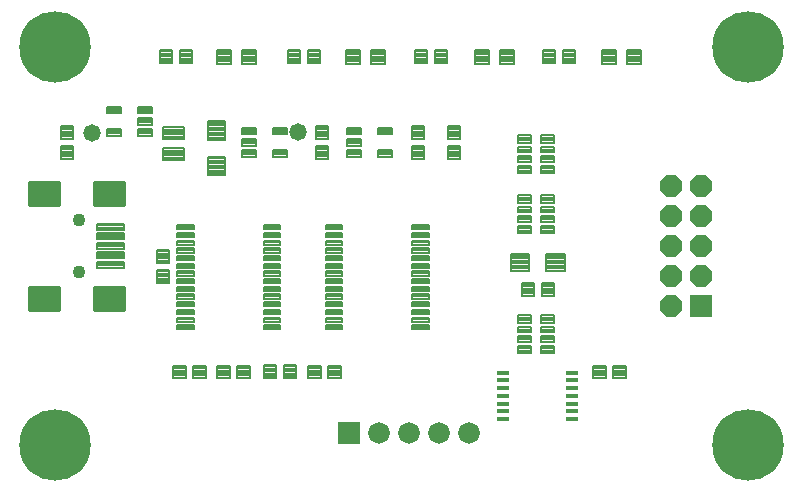
<source format=gts>
G75*
G70*
%OFA0B0*%
%FSLAX24Y24*%
%IPPOS*%
%LPD*%
%AMOC8*
5,1,8,0,0,1.08239X$1,22.5*
%
%ADD10C,0.0081*%
%ADD11C,0.0083*%
%ADD12C,0.0082*%
%ADD13C,0.0082*%
%ADD14R,0.0394X0.0177*%
%ADD15C,0.2380*%
%ADD16C,0.0087*%
%ADD17C,0.0080*%
%ADD18C,0.0434*%
%ADD19C,0.0081*%
%ADD20C,0.0082*%
%ADD21R,0.0720X0.0720*%
%ADD22OC8,0.0720*%
%ADD23C,0.0720*%
%ADD24C,0.0080*%
%ADD25C,0.0580*%
D10*
X006626Y008910D02*
X007058Y008910D01*
X007058Y008516D01*
X006626Y008516D01*
X006626Y008910D01*
X006626Y008596D02*
X007058Y008596D01*
X007058Y008676D02*
X006626Y008676D01*
X006626Y008756D02*
X007058Y008756D01*
X007058Y008836D02*
X006626Y008836D01*
X007295Y008910D02*
X007727Y008910D01*
X007727Y008516D01*
X007295Y008516D01*
X007295Y008910D01*
X007295Y008596D02*
X007727Y008596D01*
X007727Y008676D02*
X007295Y008676D01*
X007295Y008756D02*
X007727Y008756D01*
X007727Y008836D02*
X007295Y008836D01*
X008076Y008910D02*
X008508Y008910D01*
X008508Y008516D01*
X008076Y008516D01*
X008076Y008910D01*
X008076Y008596D02*
X008508Y008596D01*
X008508Y008676D02*
X008076Y008676D01*
X008076Y008756D02*
X008508Y008756D01*
X008508Y008836D02*
X008076Y008836D01*
X008745Y008910D02*
X009177Y008910D01*
X009177Y008516D01*
X008745Y008516D01*
X008745Y008910D01*
X008745Y008596D02*
X009177Y008596D01*
X009177Y008676D02*
X008745Y008676D01*
X008745Y008756D02*
X009177Y008756D01*
X009177Y008836D02*
X008745Y008836D01*
X009645Y008929D02*
X010039Y008929D01*
X010039Y008497D01*
X009645Y008497D01*
X009645Y008929D01*
X009645Y008577D02*
X010039Y008577D01*
X010039Y008657D02*
X009645Y008657D01*
X009645Y008737D02*
X010039Y008737D01*
X010039Y008817D02*
X009645Y008817D01*
X009645Y008897D02*
X010039Y008897D01*
X010314Y008929D02*
X010708Y008929D01*
X010708Y008497D01*
X010314Y008497D01*
X010314Y008929D01*
X010314Y008577D02*
X010708Y008577D01*
X010708Y008657D02*
X010314Y008657D01*
X010314Y008737D02*
X010708Y008737D01*
X010708Y008817D02*
X010314Y008817D01*
X010314Y008897D02*
X010708Y008897D01*
X011126Y008910D02*
X011558Y008910D01*
X011558Y008516D01*
X011126Y008516D01*
X011126Y008910D01*
X011126Y008596D02*
X011558Y008596D01*
X011558Y008676D02*
X011126Y008676D01*
X011126Y008756D02*
X011558Y008756D01*
X011558Y008836D02*
X011126Y008836D01*
X011795Y008910D02*
X012227Y008910D01*
X012227Y008516D01*
X011795Y008516D01*
X011795Y008910D01*
X011795Y008596D02*
X012227Y008596D01*
X012227Y008676D02*
X011795Y008676D01*
X011795Y008756D02*
X012227Y008756D01*
X012227Y008836D02*
X011795Y008836D01*
X006079Y011663D02*
X006079Y012095D01*
X006473Y012095D01*
X006473Y011663D01*
X006079Y011663D01*
X006079Y011743D02*
X006473Y011743D01*
X006473Y011823D02*
X006079Y011823D01*
X006079Y011903D02*
X006473Y011903D01*
X006473Y011983D02*
X006079Y011983D01*
X006079Y012063D02*
X006473Y012063D01*
X006079Y012332D02*
X006079Y012764D01*
X006473Y012764D01*
X006473Y012332D01*
X006079Y012332D01*
X006079Y012412D02*
X006473Y012412D01*
X006473Y012492D02*
X006079Y012492D01*
X006079Y012572D02*
X006473Y012572D01*
X006473Y012652D02*
X006079Y012652D01*
X006079Y012732D02*
X006473Y012732D01*
X002879Y015813D02*
X002879Y016245D01*
X003273Y016245D01*
X003273Y015813D01*
X002879Y015813D01*
X002879Y015893D02*
X003273Y015893D01*
X003273Y015973D02*
X002879Y015973D01*
X002879Y016053D02*
X003273Y016053D01*
X003273Y016133D02*
X002879Y016133D01*
X002879Y016213D02*
X003273Y016213D01*
X002879Y016482D02*
X002879Y016914D01*
X003273Y016914D01*
X003273Y016482D01*
X002879Y016482D01*
X002879Y016562D02*
X003273Y016562D01*
X003273Y016642D02*
X002879Y016642D01*
X002879Y016722D02*
X003273Y016722D01*
X003273Y016802D02*
X002879Y016802D01*
X002879Y016882D02*
X003273Y016882D01*
X006195Y019429D02*
X006589Y019429D01*
X006589Y018997D01*
X006195Y018997D01*
X006195Y019429D01*
X006195Y019077D02*
X006589Y019077D01*
X006589Y019157D02*
X006195Y019157D01*
X006195Y019237D02*
X006589Y019237D01*
X006589Y019317D02*
X006195Y019317D01*
X006195Y019397D02*
X006589Y019397D01*
X006864Y019429D02*
X007258Y019429D01*
X007258Y018997D01*
X006864Y018997D01*
X006864Y019429D01*
X006864Y019077D02*
X007258Y019077D01*
X007258Y019157D02*
X006864Y019157D01*
X006864Y019237D02*
X007258Y019237D01*
X007258Y019317D02*
X006864Y019317D01*
X006864Y019397D02*
X007258Y019397D01*
X010445Y019429D02*
X010839Y019429D01*
X010839Y018997D01*
X010445Y018997D01*
X010445Y019429D01*
X010445Y019077D02*
X010839Y019077D01*
X010839Y019157D02*
X010445Y019157D01*
X010445Y019237D02*
X010839Y019237D01*
X010839Y019317D02*
X010445Y019317D01*
X010445Y019397D02*
X010839Y019397D01*
X011114Y019429D02*
X011508Y019429D01*
X011508Y018997D01*
X011114Y018997D01*
X011114Y019429D01*
X011114Y019077D02*
X011508Y019077D01*
X011508Y019157D02*
X011114Y019157D01*
X011114Y019237D02*
X011508Y019237D01*
X011508Y019317D02*
X011114Y019317D01*
X011114Y019397D02*
X011508Y019397D01*
X014695Y019429D02*
X015089Y019429D01*
X015089Y018997D01*
X014695Y018997D01*
X014695Y019429D01*
X014695Y019077D02*
X015089Y019077D01*
X015089Y019157D02*
X014695Y019157D01*
X014695Y019237D02*
X015089Y019237D01*
X015089Y019317D02*
X014695Y019317D01*
X014695Y019397D02*
X015089Y019397D01*
X015364Y019429D02*
X015758Y019429D01*
X015758Y018997D01*
X015364Y018997D01*
X015364Y019429D01*
X015364Y019077D02*
X015758Y019077D01*
X015758Y019157D02*
X015364Y019157D01*
X015364Y019237D02*
X015758Y019237D01*
X015758Y019317D02*
X015364Y019317D01*
X015364Y019397D02*
X015758Y019397D01*
X018945Y019429D02*
X019339Y019429D01*
X019339Y018997D01*
X018945Y018997D01*
X018945Y019429D01*
X018945Y019077D02*
X019339Y019077D01*
X019339Y019157D02*
X018945Y019157D01*
X018945Y019237D02*
X019339Y019237D01*
X019339Y019317D02*
X018945Y019317D01*
X018945Y019397D02*
X019339Y019397D01*
X019614Y019429D02*
X020008Y019429D01*
X020008Y018997D01*
X019614Y018997D01*
X019614Y019429D01*
X019614Y019077D02*
X020008Y019077D01*
X020008Y019157D02*
X019614Y019157D01*
X019614Y019237D02*
X020008Y019237D01*
X020008Y019317D02*
X019614Y019317D01*
X019614Y019397D02*
X020008Y019397D01*
X016173Y016914D02*
X016173Y016482D01*
X015779Y016482D01*
X015779Y016914D01*
X016173Y016914D01*
X016173Y016562D02*
X015779Y016562D01*
X015779Y016642D02*
X016173Y016642D01*
X016173Y016722D02*
X015779Y016722D01*
X015779Y016802D02*
X016173Y016802D01*
X016173Y016882D02*
X015779Y016882D01*
X014579Y016914D02*
X014579Y016482D01*
X014579Y016914D02*
X014973Y016914D01*
X014973Y016482D01*
X014579Y016482D01*
X014579Y016562D02*
X014973Y016562D01*
X014973Y016642D02*
X014579Y016642D01*
X014579Y016722D02*
X014973Y016722D01*
X014973Y016802D02*
X014579Y016802D01*
X014579Y016882D02*
X014973Y016882D01*
X014579Y016245D02*
X014579Y015813D01*
X014579Y016245D02*
X014973Y016245D01*
X014973Y015813D01*
X014579Y015813D01*
X014579Y015893D02*
X014973Y015893D01*
X014973Y015973D02*
X014579Y015973D01*
X014579Y016053D02*
X014973Y016053D01*
X014973Y016133D02*
X014579Y016133D01*
X014579Y016213D02*
X014973Y016213D01*
X016173Y016245D02*
X016173Y015813D01*
X015779Y015813D01*
X015779Y016245D01*
X016173Y016245D01*
X016173Y015893D02*
X015779Y015893D01*
X015779Y015973D02*
X016173Y015973D01*
X016173Y016053D02*
X015779Y016053D01*
X015779Y016133D02*
X016173Y016133D01*
X016173Y016213D02*
X015779Y016213D01*
X011379Y016245D02*
X011379Y015813D01*
X011379Y016245D02*
X011773Y016245D01*
X011773Y015813D01*
X011379Y015813D01*
X011379Y015893D02*
X011773Y015893D01*
X011773Y015973D02*
X011379Y015973D01*
X011379Y016053D02*
X011773Y016053D01*
X011773Y016133D02*
X011379Y016133D01*
X011379Y016213D02*
X011773Y016213D01*
X011379Y016482D02*
X011379Y016914D01*
X011773Y016914D01*
X011773Y016482D01*
X011379Y016482D01*
X011379Y016562D02*
X011773Y016562D01*
X011773Y016642D02*
X011379Y016642D01*
X011379Y016722D02*
X011773Y016722D01*
X011773Y016802D02*
X011379Y016802D01*
X011379Y016882D02*
X011773Y016882D01*
X018245Y011679D02*
X018639Y011679D01*
X018639Y011247D01*
X018245Y011247D01*
X018245Y011679D01*
X018245Y011327D02*
X018639Y011327D01*
X018639Y011407D02*
X018245Y011407D01*
X018245Y011487D02*
X018639Y011487D01*
X018639Y011567D02*
X018245Y011567D01*
X018245Y011647D02*
X018639Y011647D01*
X018914Y011679D02*
X019308Y011679D01*
X019308Y011247D01*
X018914Y011247D01*
X018914Y011679D01*
X018914Y011327D02*
X019308Y011327D01*
X019308Y011407D02*
X018914Y011407D01*
X018914Y011487D02*
X019308Y011487D01*
X019308Y011567D02*
X018914Y011567D01*
X018914Y011647D02*
X019308Y011647D01*
X020626Y008516D02*
X021058Y008516D01*
X020626Y008516D02*
X020626Y008910D01*
X021058Y008910D01*
X021058Y008516D01*
X021058Y008596D02*
X020626Y008596D01*
X020626Y008676D02*
X021058Y008676D01*
X021058Y008756D02*
X020626Y008756D01*
X020626Y008836D02*
X021058Y008836D01*
X021295Y008516D02*
X021727Y008516D01*
X021295Y008516D02*
X021295Y008910D01*
X021727Y008910D01*
X021727Y008516D01*
X021727Y008596D02*
X021295Y008596D01*
X021295Y008676D02*
X021727Y008676D01*
X021727Y008756D02*
X021295Y008756D01*
X021295Y008836D02*
X021727Y008836D01*
D11*
X021755Y018978D02*
X021755Y019448D01*
X022225Y019448D01*
X022225Y018978D01*
X021755Y018978D01*
X021755Y019060D02*
X022225Y019060D01*
X022225Y019142D02*
X021755Y019142D01*
X021755Y019224D02*
X022225Y019224D01*
X022225Y019306D02*
X021755Y019306D01*
X021755Y019388D02*
X022225Y019388D01*
X020928Y019448D02*
X020928Y018978D01*
X020928Y019448D02*
X021398Y019448D01*
X021398Y018978D01*
X020928Y018978D01*
X020928Y019060D02*
X021398Y019060D01*
X021398Y019142D02*
X020928Y019142D01*
X020928Y019224D02*
X021398Y019224D01*
X021398Y019306D02*
X020928Y019306D01*
X020928Y019388D02*
X021398Y019388D01*
X017505Y019448D02*
X017505Y018978D01*
X017505Y019448D02*
X017975Y019448D01*
X017975Y018978D01*
X017505Y018978D01*
X017505Y019060D02*
X017975Y019060D01*
X017975Y019142D02*
X017505Y019142D01*
X017505Y019224D02*
X017975Y019224D01*
X017975Y019306D02*
X017505Y019306D01*
X017505Y019388D02*
X017975Y019388D01*
X016678Y019448D02*
X016678Y018978D01*
X016678Y019448D02*
X017148Y019448D01*
X017148Y018978D01*
X016678Y018978D01*
X016678Y019060D02*
X017148Y019060D01*
X017148Y019142D02*
X016678Y019142D01*
X016678Y019224D02*
X017148Y019224D01*
X017148Y019306D02*
X016678Y019306D01*
X016678Y019388D02*
X017148Y019388D01*
X013205Y019448D02*
X013205Y018978D01*
X013205Y019448D02*
X013675Y019448D01*
X013675Y018978D01*
X013205Y018978D01*
X013205Y019060D02*
X013675Y019060D01*
X013675Y019142D02*
X013205Y019142D01*
X013205Y019224D02*
X013675Y019224D01*
X013675Y019306D02*
X013205Y019306D01*
X013205Y019388D02*
X013675Y019388D01*
X012378Y019448D02*
X012378Y018978D01*
X012378Y019448D02*
X012848Y019448D01*
X012848Y018978D01*
X012378Y018978D01*
X012378Y019060D02*
X012848Y019060D01*
X012848Y019142D02*
X012378Y019142D01*
X012378Y019224D02*
X012848Y019224D01*
X012848Y019306D02*
X012378Y019306D01*
X012378Y019388D02*
X012848Y019388D01*
X008905Y019448D02*
X008905Y018978D01*
X008905Y019448D02*
X009375Y019448D01*
X009375Y018978D01*
X008905Y018978D01*
X008905Y019060D02*
X009375Y019060D01*
X009375Y019142D02*
X008905Y019142D01*
X008905Y019224D02*
X009375Y019224D01*
X009375Y019306D02*
X008905Y019306D01*
X008905Y019388D02*
X009375Y019388D01*
X008078Y019448D02*
X008078Y018978D01*
X008078Y019448D02*
X008548Y019448D01*
X008548Y018978D01*
X008078Y018978D01*
X008078Y019060D02*
X008548Y019060D01*
X008548Y019142D02*
X008078Y019142D01*
X008078Y019224D02*
X008548Y019224D01*
X008548Y019306D02*
X008078Y019306D01*
X008078Y019388D02*
X008548Y019388D01*
D12*
X007802Y017068D02*
X007802Y016440D01*
X007802Y017068D02*
X008350Y017068D01*
X008350Y016440D01*
X007802Y016440D01*
X007802Y016521D02*
X008350Y016521D01*
X008350Y016602D02*
X007802Y016602D01*
X007802Y016683D02*
X008350Y016683D01*
X008350Y016764D02*
X007802Y016764D01*
X007802Y016845D02*
X008350Y016845D01*
X008350Y016926D02*
X007802Y016926D01*
X007802Y017007D02*
X008350Y017007D01*
X008350Y015887D02*
X008350Y015259D01*
X007802Y015259D01*
X007802Y015887D01*
X008350Y015887D01*
X008350Y015340D02*
X007802Y015340D01*
X007802Y015421D02*
X008350Y015421D01*
X008350Y015502D02*
X007802Y015502D01*
X007802Y015583D02*
X008350Y015583D01*
X008350Y015664D02*
X007802Y015664D01*
X007802Y015745D02*
X008350Y015745D01*
X008350Y015826D02*
X007802Y015826D01*
X017872Y012089D02*
X018500Y012089D01*
X017872Y012089D02*
X017872Y012637D01*
X018500Y012637D01*
X018500Y012089D01*
X018500Y012170D02*
X017872Y012170D01*
X017872Y012251D02*
X018500Y012251D01*
X018500Y012332D02*
X017872Y012332D01*
X017872Y012413D02*
X018500Y012413D01*
X018500Y012494D02*
X017872Y012494D01*
X017872Y012575D02*
X018500Y012575D01*
X019053Y012637D02*
X019681Y012637D01*
X019681Y012089D01*
X019053Y012089D01*
X019053Y012637D01*
X019053Y012170D02*
X019681Y012170D01*
X019681Y012251D02*
X019053Y012251D01*
X019053Y012332D02*
X019681Y012332D01*
X019681Y012413D02*
X019053Y012413D01*
X019053Y012494D02*
X019681Y012494D01*
X019681Y012575D02*
X019053Y012575D01*
D13*
X006975Y015763D02*
X006277Y015763D01*
X006277Y016163D01*
X006975Y016163D01*
X006975Y015763D01*
X006975Y015844D02*
X006277Y015844D01*
X006277Y015925D02*
X006975Y015925D01*
X006975Y016006D02*
X006277Y016006D01*
X006277Y016087D02*
X006975Y016087D01*
X006975Y016464D02*
X006277Y016464D01*
X006277Y016864D01*
X006975Y016864D01*
X006975Y016464D01*
X006975Y016545D02*
X006277Y016545D01*
X006277Y016626D02*
X006975Y016626D01*
X006975Y016707D02*
X006277Y016707D01*
X006277Y016788D02*
X006975Y016788D01*
D14*
X017625Y008681D03*
X017625Y008425D03*
X017625Y008169D03*
X017625Y007913D03*
X017625Y007657D03*
X017625Y007402D03*
X017625Y007146D03*
X019928Y007146D03*
X019928Y007402D03*
X019928Y007657D03*
X019928Y007913D03*
X019928Y008169D03*
X019928Y008425D03*
X019928Y008681D03*
D15*
X002681Y006289D03*
X025772Y006289D03*
X025772Y019537D03*
X002681Y019537D03*
D16*
X001831Y015055D02*
X001831Y014275D01*
X001831Y015055D02*
X002809Y015055D01*
X002809Y014275D01*
X001831Y014275D01*
X001831Y014361D02*
X002809Y014361D01*
X002809Y014447D02*
X001831Y014447D01*
X001831Y014533D02*
X002809Y014533D01*
X002809Y014619D02*
X001831Y014619D01*
X001831Y014705D02*
X002809Y014705D01*
X002809Y014791D02*
X001831Y014791D01*
X001831Y014877D02*
X002809Y014877D01*
X002809Y014963D02*
X001831Y014963D01*
X001831Y015049D02*
X002809Y015049D01*
X003997Y015055D02*
X003997Y014275D01*
X003997Y015055D02*
X004975Y015055D01*
X004975Y014275D01*
X003997Y014275D01*
X003997Y014361D02*
X004975Y014361D01*
X004975Y014447D02*
X003997Y014447D01*
X003997Y014533D02*
X004975Y014533D01*
X004975Y014619D02*
X003997Y014619D01*
X003997Y014705D02*
X004975Y014705D01*
X004975Y014791D02*
X003997Y014791D01*
X003997Y014877D02*
X004975Y014877D01*
X004975Y014963D02*
X003997Y014963D01*
X003997Y015049D02*
X004975Y015049D01*
X003997Y011551D02*
X003997Y010771D01*
X003997Y011551D02*
X004975Y011551D01*
X004975Y010771D01*
X003997Y010771D01*
X003997Y010857D02*
X004975Y010857D01*
X004975Y010943D02*
X003997Y010943D01*
X003997Y011029D02*
X004975Y011029D01*
X004975Y011115D02*
X003997Y011115D01*
X003997Y011201D02*
X004975Y011201D01*
X004975Y011287D02*
X003997Y011287D01*
X003997Y011373D02*
X004975Y011373D01*
X004975Y011459D02*
X003997Y011459D01*
X003997Y011545D02*
X004975Y011545D01*
X001831Y011551D02*
X001831Y010771D01*
X001831Y011551D02*
X002809Y011551D01*
X002809Y010771D01*
X001831Y010771D01*
X001831Y010857D02*
X002809Y010857D01*
X002809Y010943D02*
X001831Y010943D01*
X001831Y011029D02*
X002809Y011029D01*
X002809Y011115D02*
X001831Y011115D01*
X001831Y011201D02*
X002809Y011201D01*
X002809Y011287D02*
X001831Y011287D01*
X001831Y011373D02*
X002809Y011373D01*
X002809Y011459D02*
X001831Y011459D01*
X001831Y011545D02*
X002809Y011545D01*
D17*
X004072Y012185D02*
X004072Y012381D01*
X004978Y012381D01*
X004978Y012185D01*
X004072Y012185D01*
X004072Y012264D02*
X004978Y012264D01*
X004978Y012343D02*
X004072Y012343D01*
X004072Y012500D02*
X004072Y012696D01*
X004978Y012696D01*
X004978Y012500D01*
X004072Y012500D01*
X004072Y012579D02*
X004978Y012579D01*
X004978Y012658D02*
X004072Y012658D01*
X004072Y012815D02*
X004072Y013011D01*
X004978Y013011D01*
X004978Y012815D01*
X004072Y012815D01*
X004072Y012894D02*
X004978Y012894D01*
X004978Y012973D02*
X004072Y012973D01*
X004072Y013130D02*
X004072Y013326D01*
X004978Y013326D01*
X004978Y013130D01*
X004072Y013130D01*
X004072Y013209D02*
X004978Y013209D01*
X004978Y013288D02*
X004072Y013288D01*
X004072Y013445D02*
X004072Y013641D01*
X004978Y013641D01*
X004978Y013445D01*
X004072Y013445D01*
X004072Y013524D02*
X004978Y013524D01*
X004978Y013603D02*
X004072Y013603D01*
X007312Y013595D02*
X007312Y013459D01*
X006762Y013459D01*
X006762Y013595D01*
X007312Y013595D01*
X007312Y013538D02*
X006762Y013538D01*
X007312Y013339D02*
X007312Y013203D01*
X006762Y013203D01*
X006762Y013339D01*
X007312Y013339D01*
X007312Y013282D02*
X006762Y013282D01*
X007312Y013083D02*
X007312Y012947D01*
X006762Y012947D01*
X006762Y013083D01*
X007312Y013083D01*
X007312Y013026D02*
X006762Y013026D01*
X007312Y012827D02*
X007312Y012691D01*
X006762Y012691D01*
X006762Y012827D01*
X007312Y012827D01*
X007312Y012770D02*
X006762Y012770D01*
X007312Y012571D02*
X007312Y012435D01*
X006762Y012435D01*
X006762Y012571D01*
X007312Y012571D01*
X007312Y012514D02*
X006762Y012514D01*
X007312Y012315D02*
X007312Y012179D01*
X006762Y012179D01*
X006762Y012315D01*
X007312Y012315D01*
X007312Y012258D02*
X006762Y012258D01*
X007312Y012059D02*
X007312Y011923D01*
X006762Y011923D01*
X006762Y012059D01*
X007312Y012059D01*
X007312Y012002D02*
X006762Y012002D01*
X007312Y011803D02*
X007312Y011667D01*
X006762Y011667D01*
X006762Y011803D01*
X007312Y011803D01*
X007312Y011746D02*
X006762Y011746D01*
X007312Y011548D02*
X007312Y011412D01*
X006762Y011412D01*
X006762Y011548D01*
X007312Y011548D01*
X007312Y011491D02*
X006762Y011491D01*
X007312Y011292D02*
X007312Y011156D01*
X006762Y011156D01*
X006762Y011292D01*
X007312Y011292D01*
X007312Y011235D02*
X006762Y011235D01*
X007312Y011036D02*
X007312Y010900D01*
X006762Y010900D01*
X006762Y011036D01*
X007312Y011036D01*
X007312Y010979D02*
X006762Y010979D01*
X007312Y010780D02*
X007312Y010644D01*
X006762Y010644D01*
X006762Y010780D01*
X007312Y010780D01*
X007312Y010723D02*
X006762Y010723D01*
X007312Y010524D02*
X007312Y010388D01*
X006762Y010388D01*
X006762Y010524D01*
X007312Y010524D01*
X007312Y010467D02*
X006762Y010467D01*
X007312Y010268D02*
X007312Y010132D01*
X006762Y010132D01*
X006762Y010268D01*
X007312Y010268D01*
X007312Y010211D02*
X006762Y010211D01*
X010191Y010268D02*
X010191Y010132D01*
X009641Y010132D01*
X009641Y010268D01*
X010191Y010268D01*
X010191Y010211D02*
X009641Y010211D01*
X010191Y010388D02*
X010191Y010524D01*
X010191Y010388D02*
X009641Y010388D01*
X009641Y010524D01*
X010191Y010524D01*
X010191Y010467D02*
X009641Y010467D01*
X010191Y010644D02*
X010191Y010780D01*
X010191Y010644D02*
X009641Y010644D01*
X009641Y010780D01*
X010191Y010780D01*
X010191Y010723D02*
X009641Y010723D01*
X010191Y010900D02*
X010191Y011036D01*
X010191Y010900D02*
X009641Y010900D01*
X009641Y011036D01*
X010191Y011036D01*
X010191Y010979D02*
X009641Y010979D01*
X010191Y011156D02*
X010191Y011292D01*
X010191Y011156D02*
X009641Y011156D01*
X009641Y011292D01*
X010191Y011292D01*
X010191Y011235D02*
X009641Y011235D01*
X010191Y011412D02*
X010191Y011548D01*
X010191Y011412D02*
X009641Y011412D01*
X009641Y011548D01*
X010191Y011548D01*
X010191Y011491D02*
X009641Y011491D01*
X010191Y011667D02*
X010191Y011803D01*
X010191Y011667D02*
X009641Y011667D01*
X009641Y011803D01*
X010191Y011803D01*
X010191Y011746D02*
X009641Y011746D01*
X010191Y011923D02*
X010191Y012059D01*
X010191Y011923D02*
X009641Y011923D01*
X009641Y012059D01*
X010191Y012059D01*
X010191Y012002D02*
X009641Y012002D01*
X010191Y012179D02*
X010191Y012315D01*
X010191Y012179D02*
X009641Y012179D01*
X009641Y012315D01*
X010191Y012315D01*
X010191Y012258D02*
X009641Y012258D01*
X010191Y012435D02*
X010191Y012571D01*
X010191Y012435D02*
X009641Y012435D01*
X009641Y012571D01*
X010191Y012571D01*
X010191Y012514D02*
X009641Y012514D01*
X010191Y012691D02*
X010191Y012827D01*
X010191Y012691D02*
X009641Y012691D01*
X009641Y012827D01*
X010191Y012827D01*
X010191Y012770D02*
X009641Y012770D01*
X010191Y012947D02*
X010191Y013083D01*
X010191Y012947D02*
X009641Y012947D01*
X009641Y013083D01*
X010191Y013083D01*
X010191Y013026D02*
X009641Y013026D01*
X010191Y013203D02*
X010191Y013339D01*
X010191Y013203D02*
X009641Y013203D01*
X009641Y013339D01*
X010191Y013339D01*
X010191Y013282D02*
X009641Y013282D01*
X010191Y013459D02*
X010191Y013595D01*
X010191Y013459D02*
X009641Y013459D01*
X009641Y013595D01*
X010191Y013595D01*
X010191Y013538D02*
X009641Y013538D01*
X011712Y013595D02*
X011712Y013459D01*
X011712Y013595D02*
X012262Y013595D01*
X012262Y013459D01*
X011712Y013459D01*
X011712Y013538D02*
X012262Y013538D01*
X011712Y013339D02*
X011712Y013203D01*
X011712Y013339D02*
X012262Y013339D01*
X012262Y013203D01*
X011712Y013203D01*
X011712Y013282D02*
X012262Y013282D01*
X011712Y013083D02*
X011712Y012947D01*
X011712Y013083D02*
X012262Y013083D01*
X012262Y012947D01*
X011712Y012947D01*
X011712Y013026D02*
X012262Y013026D01*
X011712Y012827D02*
X011712Y012691D01*
X011712Y012827D02*
X012262Y012827D01*
X012262Y012691D01*
X011712Y012691D01*
X011712Y012770D02*
X012262Y012770D01*
X011712Y012571D02*
X011712Y012435D01*
X011712Y012571D02*
X012262Y012571D01*
X012262Y012435D01*
X011712Y012435D01*
X011712Y012514D02*
X012262Y012514D01*
X011712Y012315D02*
X011712Y012179D01*
X011712Y012315D02*
X012262Y012315D01*
X012262Y012179D01*
X011712Y012179D01*
X011712Y012258D02*
X012262Y012258D01*
X011712Y012059D02*
X011712Y011923D01*
X011712Y012059D02*
X012262Y012059D01*
X012262Y011923D01*
X011712Y011923D01*
X011712Y012002D02*
X012262Y012002D01*
X011712Y011803D02*
X011712Y011667D01*
X011712Y011803D02*
X012262Y011803D01*
X012262Y011667D01*
X011712Y011667D01*
X011712Y011746D02*
X012262Y011746D01*
X011712Y011548D02*
X011712Y011412D01*
X011712Y011548D02*
X012262Y011548D01*
X012262Y011412D01*
X011712Y011412D01*
X011712Y011491D02*
X012262Y011491D01*
X011712Y011292D02*
X011712Y011156D01*
X011712Y011292D02*
X012262Y011292D01*
X012262Y011156D01*
X011712Y011156D01*
X011712Y011235D02*
X012262Y011235D01*
X011712Y011036D02*
X011712Y010900D01*
X011712Y011036D02*
X012262Y011036D01*
X012262Y010900D01*
X011712Y010900D01*
X011712Y010979D02*
X012262Y010979D01*
X011712Y010780D02*
X011712Y010644D01*
X011712Y010780D02*
X012262Y010780D01*
X012262Y010644D01*
X011712Y010644D01*
X011712Y010723D02*
X012262Y010723D01*
X011712Y010524D02*
X011712Y010388D01*
X011712Y010524D02*
X012262Y010524D01*
X012262Y010388D01*
X011712Y010388D01*
X011712Y010467D02*
X012262Y010467D01*
X011712Y010268D02*
X011712Y010132D01*
X011712Y010268D02*
X012262Y010268D01*
X012262Y010132D01*
X011712Y010132D01*
X011712Y010211D02*
X012262Y010211D01*
X014591Y010268D02*
X014591Y010132D01*
X014591Y010268D02*
X015141Y010268D01*
X015141Y010132D01*
X014591Y010132D01*
X014591Y010211D02*
X015141Y010211D01*
X014591Y010388D02*
X014591Y010524D01*
X015141Y010524D01*
X015141Y010388D01*
X014591Y010388D01*
X014591Y010467D02*
X015141Y010467D01*
X014591Y010644D02*
X014591Y010780D01*
X015141Y010780D01*
X015141Y010644D01*
X014591Y010644D01*
X014591Y010723D02*
X015141Y010723D01*
X014591Y010900D02*
X014591Y011036D01*
X015141Y011036D01*
X015141Y010900D01*
X014591Y010900D01*
X014591Y010979D02*
X015141Y010979D01*
X014591Y011156D02*
X014591Y011292D01*
X015141Y011292D01*
X015141Y011156D01*
X014591Y011156D01*
X014591Y011235D02*
X015141Y011235D01*
X014591Y011412D02*
X014591Y011548D01*
X015141Y011548D01*
X015141Y011412D01*
X014591Y011412D01*
X014591Y011491D02*
X015141Y011491D01*
X014591Y011667D02*
X014591Y011803D01*
X015141Y011803D01*
X015141Y011667D01*
X014591Y011667D01*
X014591Y011746D02*
X015141Y011746D01*
X014591Y011923D02*
X014591Y012059D01*
X015141Y012059D01*
X015141Y011923D01*
X014591Y011923D01*
X014591Y012002D02*
X015141Y012002D01*
X014591Y012179D02*
X014591Y012315D01*
X015141Y012315D01*
X015141Y012179D01*
X014591Y012179D01*
X014591Y012258D02*
X015141Y012258D01*
X014591Y012435D02*
X014591Y012571D01*
X015141Y012571D01*
X015141Y012435D01*
X014591Y012435D01*
X014591Y012514D02*
X015141Y012514D01*
X014591Y012691D02*
X014591Y012827D01*
X015141Y012827D01*
X015141Y012691D01*
X014591Y012691D01*
X014591Y012770D02*
X015141Y012770D01*
X014591Y012947D02*
X014591Y013083D01*
X015141Y013083D01*
X015141Y012947D01*
X014591Y012947D01*
X014591Y013026D02*
X015141Y013026D01*
X014591Y013203D02*
X014591Y013339D01*
X015141Y013339D01*
X015141Y013203D01*
X014591Y013203D01*
X014591Y013282D02*
X015141Y013282D01*
X014591Y013459D02*
X014591Y013595D01*
X015141Y013595D01*
X015141Y013459D01*
X014591Y013459D01*
X014591Y013538D02*
X015141Y013538D01*
D18*
X003501Y013780D03*
X003501Y012047D03*
D19*
X018117Y013720D02*
X018117Y013892D01*
X018569Y013892D01*
X018569Y013720D01*
X018117Y013720D01*
X018117Y013800D02*
X018569Y013800D01*
X018569Y013880D02*
X018117Y013880D01*
X018117Y014035D02*
X018117Y014207D01*
X018569Y014207D01*
X018569Y014035D01*
X018117Y014035D01*
X018117Y014115D02*
X018569Y014115D01*
X018569Y014195D02*
X018117Y014195D01*
X018884Y014207D02*
X018884Y014035D01*
X018884Y014207D02*
X019336Y014207D01*
X019336Y014035D01*
X018884Y014035D01*
X018884Y014115D02*
X019336Y014115D01*
X019336Y014195D02*
X018884Y014195D01*
X018884Y013892D02*
X018884Y013720D01*
X018884Y013892D02*
X019336Y013892D01*
X019336Y013720D01*
X018884Y013720D01*
X018884Y013800D02*
X019336Y013800D01*
X019336Y013880D02*
X018884Y013880D01*
X018884Y015720D02*
X018884Y015892D01*
X019336Y015892D01*
X019336Y015720D01*
X018884Y015720D01*
X018884Y015800D02*
X019336Y015800D01*
X019336Y015880D02*
X018884Y015880D01*
X018884Y016035D02*
X018884Y016207D01*
X019336Y016207D01*
X019336Y016035D01*
X018884Y016035D01*
X018884Y016115D02*
X019336Y016115D01*
X019336Y016195D02*
X018884Y016195D01*
X018117Y016207D02*
X018117Y016035D01*
X018117Y016207D02*
X018569Y016207D01*
X018569Y016035D01*
X018117Y016035D01*
X018117Y016115D02*
X018569Y016115D01*
X018569Y016195D02*
X018117Y016195D01*
X018117Y015892D02*
X018117Y015720D01*
X018117Y015892D02*
X018569Y015892D01*
X018569Y015720D01*
X018117Y015720D01*
X018117Y015800D02*
X018569Y015800D01*
X018569Y015880D02*
X018117Y015880D01*
X018117Y010207D02*
X018117Y010035D01*
X018117Y010207D02*
X018569Y010207D01*
X018569Y010035D01*
X018117Y010035D01*
X018117Y010115D02*
X018569Y010115D01*
X018569Y010195D02*
X018117Y010195D01*
X018117Y009892D02*
X018117Y009720D01*
X018117Y009892D02*
X018569Y009892D01*
X018569Y009720D01*
X018117Y009720D01*
X018117Y009800D02*
X018569Y009800D01*
X018569Y009880D02*
X018117Y009880D01*
X018884Y009892D02*
X018884Y009720D01*
X018884Y009892D02*
X019336Y009892D01*
X019336Y009720D01*
X018884Y009720D01*
X018884Y009800D02*
X019336Y009800D01*
X019336Y009880D02*
X018884Y009880D01*
X018884Y010035D02*
X018884Y010207D01*
X019336Y010207D01*
X019336Y010035D01*
X018884Y010035D01*
X018884Y010115D02*
X019336Y010115D01*
X019336Y010195D02*
X018884Y010195D01*
D20*
X018885Y010350D02*
X018885Y010596D01*
X019335Y010596D01*
X019335Y010350D01*
X018885Y010350D01*
X018885Y010431D02*
X019335Y010431D01*
X019335Y010512D02*
X018885Y010512D01*
X018885Y010593D02*
X019335Y010593D01*
X018118Y010596D02*
X018118Y010350D01*
X018118Y010596D02*
X018568Y010596D01*
X018568Y010350D01*
X018118Y010350D01*
X018118Y010431D02*
X018568Y010431D01*
X018568Y010512D02*
X018118Y010512D01*
X018118Y010593D02*
X018568Y010593D01*
X018118Y009577D02*
X018118Y009331D01*
X018118Y009577D02*
X018568Y009577D01*
X018568Y009331D01*
X018118Y009331D01*
X018118Y009412D02*
X018568Y009412D01*
X018568Y009493D02*
X018118Y009493D01*
X018118Y009574D02*
X018568Y009574D01*
X018885Y009577D02*
X018885Y009331D01*
X018885Y009577D02*
X019335Y009577D01*
X019335Y009331D01*
X018885Y009331D01*
X018885Y009412D02*
X019335Y009412D01*
X019335Y009493D02*
X018885Y009493D01*
X018885Y009574D02*
X019335Y009574D01*
X018885Y013331D02*
X018885Y013577D01*
X019335Y013577D01*
X019335Y013331D01*
X018885Y013331D01*
X018885Y013412D02*
X019335Y013412D01*
X019335Y013493D02*
X018885Y013493D01*
X018885Y013574D02*
X019335Y013574D01*
X018118Y013577D02*
X018118Y013331D01*
X018118Y013577D02*
X018568Y013577D01*
X018568Y013331D01*
X018118Y013331D01*
X018118Y013412D02*
X018568Y013412D01*
X018568Y013493D02*
X018118Y013493D01*
X018118Y013574D02*
X018568Y013574D01*
X018118Y014350D02*
X018118Y014596D01*
X018568Y014596D01*
X018568Y014350D01*
X018118Y014350D01*
X018118Y014431D02*
X018568Y014431D01*
X018568Y014512D02*
X018118Y014512D01*
X018118Y014593D02*
X018568Y014593D01*
X018885Y014596D02*
X018885Y014350D01*
X018885Y014596D02*
X019335Y014596D01*
X019335Y014350D01*
X018885Y014350D01*
X018885Y014431D02*
X019335Y014431D01*
X019335Y014512D02*
X018885Y014512D01*
X018885Y014593D02*
X019335Y014593D01*
X018885Y015331D02*
X018885Y015577D01*
X019335Y015577D01*
X019335Y015331D01*
X018885Y015331D01*
X018885Y015412D02*
X019335Y015412D01*
X019335Y015493D02*
X018885Y015493D01*
X018885Y015574D02*
X019335Y015574D01*
X018118Y015577D02*
X018118Y015331D01*
X018118Y015577D02*
X018568Y015577D01*
X018568Y015331D01*
X018118Y015331D01*
X018118Y015412D02*
X018568Y015412D01*
X018568Y015493D02*
X018118Y015493D01*
X018118Y015574D02*
X018568Y015574D01*
X018118Y016350D02*
X018118Y016596D01*
X018568Y016596D01*
X018568Y016350D01*
X018118Y016350D01*
X018118Y016431D02*
X018568Y016431D01*
X018568Y016512D02*
X018118Y016512D01*
X018118Y016593D02*
X018568Y016593D01*
X018885Y016596D02*
X018885Y016350D01*
X018885Y016596D02*
X019335Y016596D01*
X019335Y016350D01*
X018885Y016350D01*
X018885Y016431D02*
X019335Y016431D01*
X019335Y016512D02*
X018885Y016512D01*
X018885Y016593D02*
X019335Y016593D01*
D21*
X024226Y010913D03*
X012476Y006663D03*
D22*
X023226Y010913D03*
X023226Y011913D03*
X024226Y011913D03*
X024226Y012913D03*
X023226Y012913D03*
X023226Y013913D03*
X024226Y013913D03*
X024226Y014913D03*
X023226Y014913D03*
D23*
X016476Y006663D03*
X015476Y006663D03*
X014476Y006663D03*
X013476Y006663D03*
D24*
X013452Y015881D02*
X013452Y016097D01*
X013924Y016097D01*
X013924Y015881D01*
X013452Y015881D01*
X013452Y015960D02*
X013924Y015960D01*
X013924Y016039D02*
X013452Y016039D01*
X012429Y016097D02*
X012429Y015881D01*
X012429Y016097D02*
X012901Y016097D01*
X012901Y015881D01*
X012429Y015881D01*
X012429Y015960D02*
X012901Y015960D01*
X012901Y016039D02*
X012429Y016039D01*
X012429Y016255D02*
X012429Y016471D01*
X012901Y016471D01*
X012901Y016255D01*
X012429Y016255D01*
X012429Y016334D02*
X012901Y016334D01*
X012901Y016413D02*
X012429Y016413D01*
X012429Y016629D02*
X012429Y016845D01*
X012901Y016845D01*
X012901Y016629D01*
X012429Y016629D01*
X012429Y016708D02*
X012901Y016708D01*
X012901Y016787D02*
X012429Y016787D01*
X013452Y016845D02*
X013452Y016629D01*
X013452Y016845D02*
X013924Y016845D01*
X013924Y016629D01*
X013452Y016629D01*
X013452Y016708D02*
X013924Y016708D01*
X013924Y016787D02*
X013452Y016787D01*
X009952Y016845D02*
X009952Y016629D01*
X009952Y016845D02*
X010424Y016845D01*
X010424Y016629D01*
X009952Y016629D01*
X009952Y016708D02*
X010424Y016708D01*
X010424Y016787D02*
X009952Y016787D01*
X008929Y016845D02*
X008929Y016629D01*
X008929Y016845D02*
X009401Y016845D01*
X009401Y016629D01*
X008929Y016629D01*
X008929Y016708D02*
X009401Y016708D01*
X009401Y016787D02*
X008929Y016787D01*
X008929Y016471D02*
X008929Y016255D01*
X008929Y016471D02*
X009401Y016471D01*
X009401Y016255D01*
X008929Y016255D01*
X008929Y016334D02*
X009401Y016334D01*
X009401Y016413D02*
X008929Y016413D01*
X008929Y016097D02*
X008929Y015881D01*
X008929Y016097D02*
X009401Y016097D01*
X009401Y015881D01*
X008929Y015881D01*
X008929Y015960D02*
X009401Y015960D01*
X009401Y016039D02*
X008929Y016039D01*
X009952Y016097D02*
X009952Y015881D01*
X009952Y016097D02*
X010424Y016097D01*
X010424Y015881D01*
X009952Y015881D01*
X009952Y015960D02*
X010424Y015960D01*
X010424Y016039D02*
X009952Y016039D01*
X005924Y016581D02*
X005924Y016797D01*
X005924Y016581D02*
X005452Y016581D01*
X005452Y016797D01*
X005924Y016797D01*
X005924Y016660D02*
X005452Y016660D01*
X005452Y016739D02*
X005924Y016739D01*
X005924Y016955D02*
X005924Y017171D01*
X005924Y016955D02*
X005452Y016955D01*
X005452Y017171D01*
X005924Y017171D01*
X005924Y017034D02*
X005452Y017034D01*
X005452Y017113D02*
X005924Y017113D01*
X005924Y017329D02*
X005924Y017545D01*
X005924Y017329D02*
X005452Y017329D01*
X005452Y017545D01*
X005924Y017545D01*
X005924Y017408D02*
X005452Y017408D01*
X005452Y017487D02*
X005924Y017487D01*
X004901Y017545D02*
X004901Y017329D01*
X004429Y017329D01*
X004429Y017545D01*
X004901Y017545D01*
X004901Y017408D02*
X004429Y017408D01*
X004429Y017487D02*
X004901Y017487D01*
X004901Y016797D02*
X004901Y016581D01*
X004429Y016581D01*
X004429Y016797D01*
X004901Y016797D01*
X004901Y016660D02*
X004429Y016660D01*
X004429Y016739D02*
X004901Y016739D01*
D25*
X003926Y016663D03*
X010776Y016713D03*
M02*

</source>
